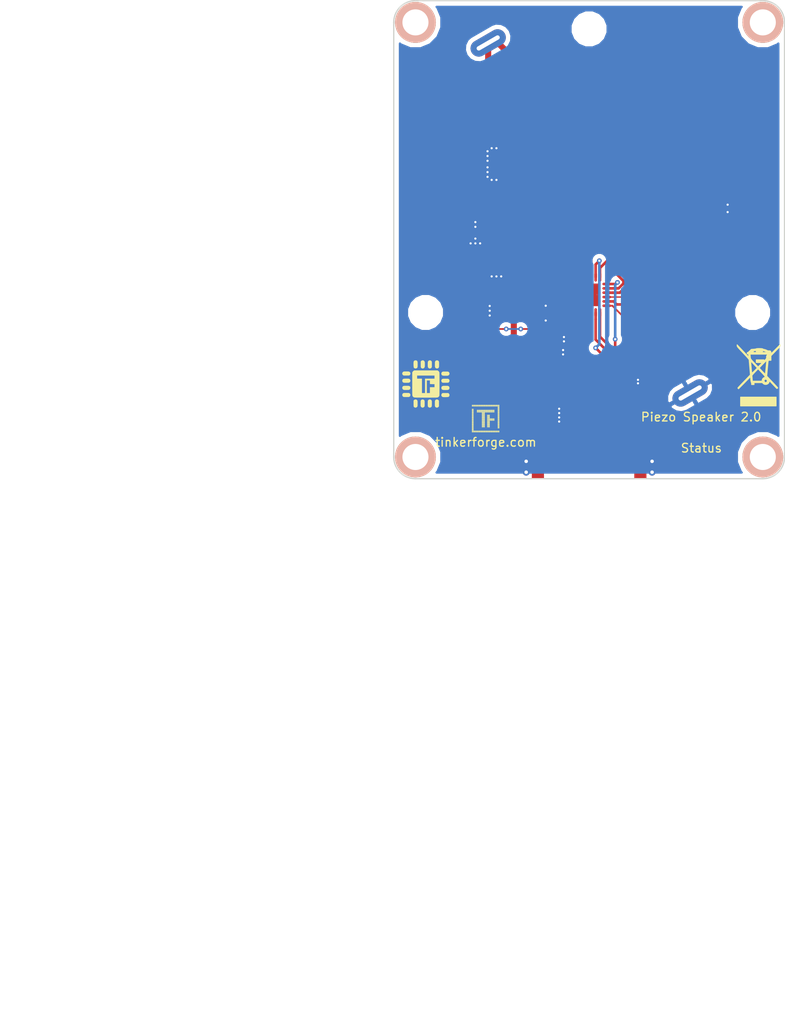
<source format=kicad_pcb>
(kicad_pcb (version 20171130) (host pcbnew 5.0.0-fee4fd1~66~ubuntu18.04.1)
  (layers (0 F.Cu signal) (31 B.Cu signal hide) (34 B.Paste user) (35 F.Paste user) (36 B.SilkS user) (37 F.SilkS user) (38 B.Mask user) (39 F.Mask user) (44 Edge.Cuts user))
  (net 0 "")
  (net 1 GND)
  (net 2 "Net-(C1-Pad1)")
  (net 3 3V3)
  (net 4 +VSW)
  (net 5 "Net-(C7-Pad1)")
  (net 6 "Net-(C10-Pad1)")
  (net 7 "Net-(C8-Pad2)")
  (net 8 "Net-(D1-Pad2)")
  (net 9 "Net-(D2-Pad2)")
  (net 10 "Net-(D2-Pad1)")
  (net 11 "Net-(D3-Pad1)")
  (net 12 "Net-(P1-Pad4)")
  (net 13 "Net-(P1-Pad5)")
  (net 14 "Net-(P1-Pad6)")
  (net 15 "Net-(P2-Pad2)")
  (net 16 "Net-(P3-Pad1)")
  (net 17 "Net-(R1-Pad1)")
  (net 18 SU-SHDN)
  (net 19 "Net-(R3-Pad2)")
  (net 20 S-MISO)
  (net 21 S-MOSI)
  (net 22 S-CLK)
  (net 23 S-CS)
  (net 24 LR-1)
  (net 25 LR-2)
  (net 26 LR-3)
  (net 27 LR-4)
  (net 28 SU-4)
  (net 29 SU-3)
  (net 30 SU-2)
  (net 31 SU-1)
  (net 32 "Net-(RP4-Pad1)")
  (net 33 "Net-(RP4-Pad3)")
  (net 34 SU-5)
  (net 35 SU-6)
  (net 36 "Net-(U1-Pad3)")
  (net 37 "Net-(U1-Pad4)")
  (net 38 "Net-(U1-Pad5)")
  (net 39 "Net-(U1-Pad6)")
  (module kicad-libraries:PT-4532PLQ (layer F.Cu) (at 155 100 120)
    (fp_text reference P4)
    (fp_text value PT-4532PLQ)
    (pad "" np_thru_hole circle (at -18.84 10.87 120) (size 3 3) (drill 3) (layers *.Cu *.Mask))
    (pad "" np_thru_hole circle (at 18.84 10.87 120) (size 3 3) (drill 3) (layers *.Cu *.Mask))
    (pad "" np_thru_hole circle (at 0 -21.75 120) (size 3 3) (drill 3) (layers *.Cu *.Mask))
    (pad 2 thru_hole oval (at -23.25 0 120) (size 1.9 4.4) (drill oval 0.5 3) (layers *.Cu *.Mask) (net 1 GND))
    (pad 1 thru_hole oval (at 23.25 0 120) (size 1.9 4.4) (drill oval 0.5 3) (layers *.Cu *.Mask) (net 9 "Net-(D2-Pad2)"))
  )
  (module kicad-libraries:Logo_CoMCU (layer F.Cu) (at 136.2 119.1)
    (fp_text reference G*** hide)
    (fp_text value LOGO hide)
  )
  (module kicad-libraries:Logo_31x31 (layer F.Cu) (at 141.5 121.5)
    (fp_text reference G*** hide)
    (fp_text value Logo_31x31 hide)
  )
  (module C0603F (layer F.Cu) (at 169.075 98.85)
    (fp_text reference C6)
    (fp_text value 1uF)
    (pad 1 smd rect (at -0.75 0) (size 0.9 0.9) (layers F.Cu F.Paste F.Mask) (net 4 +VSW))
    (pad 2 smd rect (at 0.75 0) (size 0.9 0.9) (layers F.Cu F.Paste F.Mask) (net 1 GND))
  )
  (module C0805 (layer F.Cu) (at 145.32424 110.675 180)
    (fp_text reference C5)
    (fp_text value 4.7uF)
    (pad 2 smd rect (at 1.00076 0 180) (size 1.00076 1.24968) (layers F.Cu F.Paste F.Mask) (net 1 GND) (clearance 0.14986))
    (pad 1 smd rect (at -1.00076 0 180) (size 1.00076 1.24968) (layers F.Cu F.Paste F.Mask) (net 4 +VSW) (clearance 0.14986))
  )
  (module 4X0603 (layer F.Cu) (at 158.3 102.1)
    (fp_text reference RP2)
    (fp_text value 1k)
    (pad 1 smd rect (at -1.19888 -0.8509) (size 0.44958 0.89916) (layers F.Cu F.Paste F.Mask) (net 19 "Net-(R3-Pad2)"))
    (pad 2 smd rect (at -0.39878 -0.8509) (size 0.44958 0.89916) (layers F.Cu F.Paste F.Mask) (net 19 "Net-(R3-Pad2)"))
    (pad 3 smd rect (at 0.39878 -0.8509) (size 0.44958 0.89916) (layers F.Cu F.Paste F.Mask) (net 19 "Net-(R3-Pad2)"))
    (pad 4 smd rect (at 1.19888 -0.8509) (size 0.44958 0.89916) (layers F.Cu F.Paste F.Mask) (net 19 "Net-(R3-Pad2)"))
    (pad 5 smd rect (at 1.19888 0.8509) (size 0.44958 0.89916) (layers F.Cu F.Paste F.Mask) (net 24 LR-1))
    (pad 6 smd rect (at 0.39878 0.8509) (size 0.44958 0.89916) (layers F.Cu F.Paste F.Mask) (net 25 LR-2))
    (pad 7 smd rect (at -0.39878 0.8509) (size 0.44958 0.89916) (layers F.Cu F.Paste F.Mask) (net 26 LR-3))
    (pad 8 smd rect (at -1.19888 0.8509) (size 0.44958 0.89916) (layers F.Cu F.Paste F.Mask) (net 27 LR-4))
  )
  (module C0603F (layer F.Cu) (at 153.8 113.9 180)
    (fp_text reference C4)
    (fp_text value 100nF)
    (pad 1 smd rect (at -0.75 0 180) (size 0.9 0.9) (layers F.Cu F.Paste F.Mask) (net 3 3V3))
    (pad 2 smd rect (at 0.75 0 180) (size 0.9 0.9) (layers F.Cu F.Paste F.Mask) (net 1 GND))
  )
  (module C0402F (layer F.Cu) (at 159.3 118.8)
    (fp_text reference C1)
    (fp_text value 220pF)
    (pad 2 smd rect (at 0.5 0) (size 0.6 0.7) (layers F.Cu F.Paste F.Mask) (net 1 GND))
    (pad 1 smd rect (at -0.5 0) (size 0.6 0.7) (layers F.Cu F.Paste F.Mask) (net 2 "Net-(C1-Pad1)"))
  )
  (module C0805 (layer F.Cu) (at 153.54924 122.7 180)
    (fp_text reference C2)
    (fp_text value 10uF)
    (pad 1 smd rect (at -1.00076 0 180) (size 1.00076 1.24968) (layers F.Cu F.Paste F.Mask) (net 3 3V3) (clearance 0.14986))
    (pad 2 smd rect (at 1.00076 0 180) (size 1.00076 1.24968) (layers F.Cu F.Paste F.Mask) (net 1 GND) (clearance 0.14986))
  )
  (module C0603F (layer F.Cu) (at 153.75 115.45 180)
    (fp_text reference C3)
    (fp_text value 1uF)
    (pad 2 smd rect (at 0.75 0 180) (size 0.9 0.9) (layers F.Cu F.Paste F.Mask) (net 1 GND))
    (pad 1 smd rect (at -0.75 0 180) (size 0.9 0.9) (layers F.Cu F.Paste F.Mask) (net 3 3V3))
  )
  (module C0805 (layer F.Cu) (at 145.325 105.825 180)
    (fp_text reference C7)
    (fp_text value 4.7uF)
    (pad 1 smd rect (at -1.00076 0 180) (size 1.00076 1.24968) (layers F.Cu F.Paste F.Mask) (net 5 "Net-(C7-Pad1)") (clearance 0.14986))
    (pad 2 smd rect (at 1.00076 0 180) (size 1.00076 1.24968) (layers F.Cu F.Paste F.Mask) (net 1 GND) (clearance 0.14986))
  )
  (module C0603F (layer F.Cu) (at 140.225 96.825)
    (fp_text reference C8)
    (fp_text value 270pF)
    (pad 1 smd rect (at -0.75 0) (size 0.9 0.9) (layers F.Cu F.Paste F.Mask) (net 6 "Net-(C10-Pad1)"))
    (pad 2 smd rect (at 0.75 0) (size 0.9 0.9) (layers F.Cu F.Paste F.Mask) (net 7 "Net-(C8-Pad2)"))
  )
  (module C0805 (layer F.Cu) (at 145.075 94.725 180)
    (fp_text reference C9)
    (fp_text value 4.7uF)
    (pad 1 smd rect (at -1.00076 0 180) (size 1.00076 1.24968) (layers F.Cu F.Paste F.Mask) (net 6 "Net-(C10-Pad1)") (clearance 0.14986))
    (pad 2 smd rect (at 1.00076 0 180) (size 1.00076 1.24968) (layers F.Cu F.Paste F.Mask) (net 1 GND) (clearance 0.14986))
  )
  (module C0805 (layer F.Cu) (at 145.07424 92.875 180)
    (fp_text reference C10)
    (fp_text value 4.7uF)
    (pad 2 smd rect (at 1.00076 0 180) (size 1.00076 1.24968) (layers F.Cu F.Paste F.Mask) (net 1 GND) (clearance 0.14986))
    (pad 1 smd rect (at -1.00076 0 180) (size 1.00076 1.24968) (layers F.Cu F.Paste F.Mask) (net 6 "Net-(C10-Pad1)") (clearance 0.14986))
  )
  (module D0603F (layer F.Cu) (at 167.925 124.9)
    (fp_text reference D1)
    (fp_text value blue)
    (pad 1 smd rect (at -0.75 0) (size 0.9 0.9) (layers F.Cu F.Paste F.Mask) (net 3 3V3))
    (pad 2 smd rect (at 0.75 0) (size 0.9 0.9) (layers F.Cu F.Paste F.Mask) (net 8 "Net-(D1-Pad2)"))
  )
  (module SOD-123 (layer F.Cu) (at 166 85.95 90)
    (fp_text reference D2)
    (fp_text value B0520LW-7-F)
    (pad 2 smd rect (at 1.84912 0 90) (size 1.19888 0.70104) (layers F.Cu F.Paste F.Mask) (net 9 "Net-(D2-Pad2)") (clearance 0.14986))
    (pad 1 smd rect (at -1.84912 0 90) (size 1.19888 0.70104) (layers F.Cu F.Paste F.Mask) (net 10 "Net-(D2-Pad1)") (clearance 0.14986))
  )
  (module SOD-123 (layer F.Cu) (at 146.075 98.325 90)
    (fp_text reference D3)
    (fp_text value B0520LW-7-F)
    (pad 1 smd rect (at -1.84912 0 90) (size 1.19888 0.70104) (layers F.Cu F.Paste F.Mask) (net 11 "Net-(D3-Pad1)") (clearance 0.14986))
    (pad 2 smd rect (at 1.84912 0 90) (size 1.19888 0.70104) (layers F.Cu F.Paste F.Mask) (net 6 "Net-(C10-Pad1)") (clearance 0.14986))
  )
  (module SOD-123 (layer F.Cu) (at 146.1 89.25 90)
    (fp_text reference D4)
    (fp_text value B0520LW-7-F)
    (pad 1 smd rect (at -1.84912 0 90) (size 1.19888 0.70104) (layers F.Cu F.Paste F.Mask) (net 6 "Net-(C10-Pad1)") (clearance 0.14986))
    (pad 2 smd rect (at 1.84912 0 90) (size 1.19888 0.70104) (layers F.Cu F.Paste F.Mask) (net 9 "Net-(D2-Pad2)") (clearance 0.14986))
  )
  (module C0603F (layer F.Cu) (at 146.325 108.275 270)
    (fp_text reference L1)
    (fp_text value FB)
    (pad 2 smd rect (at 0.75 0 270) (size 0.9 0.9) (layers F.Cu F.Paste F.Mask) (net 4 +VSW))
    (pad 1 smd rect (at -0.75 0 270) (size 0.9 0.9) (layers F.Cu F.Paste F.Mask) (net 5 "Net-(C7-Pad1)"))
  )
  (module NR3030 (layer F.Cu) (at 145.425 102.92482 90)
    (fp_text reference L2)
    (fp_text value 10uH)
    (pad 1 smd rect (at -1.19982 0 90) (size 1 2.70002) (layers F.Cu F.Paste F.Mask) (net 5 "Net-(C7-Pad1)") (clearance 0.14986))
    (pad 2 smd rect (at 1.19982 0 90) (size 1 2.70002) (layers F.Cu F.Paste F.Mask) (net 11 "Net-(D3-Pad1)") (clearance 0.14986))
  )
  (module kicad-libraries:CON-SENSOR2 (layer F.Cu) (at 155 130)
    (fp_text reference P1)
    (fp_text value CON-SENSOR2)
    (pad 1 smd rect (at -3.75 -4.6) (size 0.6 1.8) (layers F.Cu F.Paste F.Mask) (net 4 +VSW))
    (pad 2 smd rect (at -2.5 -4.6) (size 0.6 1.8) (layers F.Cu F.Paste F.Mask) (net 1 GND))
    (pad EP smd rect (at -5.9 -1.2) (size 1.4 2.4) (layers F.Cu F.Paste F.Mask) (net 1 GND))
    (pad EP smd rect (at 5.9 -1.2) (size 1.4 2.4) (layers F.Cu F.Paste F.Mask) (net 1 GND))
    (pad 3 smd rect (at -1.25 -4.6) (size 0.6 1.8) (layers F.Cu F.Paste F.Mask) (net 3 3V3))
    (pad 4 smd rect (at 0 -4.6) (size 0.6 1.8) (layers F.Cu F.Paste F.Mask) (net 12 "Net-(P1-Pad4)"))
    (pad 5 smd rect (at 1.25 -4.6) (size 0.6 1.8) (layers F.Cu F.Paste F.Mask) (net 13 "Net-(P1-Pad5)"))
    (pad 6 smd rect (at 2.5 -4.6) (size 0.6 1.8) (layers F.Cu F.Paste F.Mask) (net 14 "Net-(P1-Pad6)"))
    (pad 7 smd rect (at 3.75 -4.6) (size 0.6 1.8) (layers F.Cu F.Paste F.Mask) (net 2 "Net-(C1-Pad1)"))
  )
  (module SolderJumper (layer F.Cu) (at 150.225 110.95)
    (fp_text reference P2)
    (fp_text value BOOT)
    (pad 2 smd rect (at 0.55 0) (size 0.3 1.4) (layers F.Cu F.Mask) (net 15 "Net-(P2-Pad2)"))
    (pad 2 smd rect (at 0.15 0) (size 0.6 0.5) (layers F.Cu F.Mask) (net 15 "Net-(P2-Pad2)"))
    (pad 1 smd rect (at -0.5 0) (size 0.4 1.4) (layers F.Cu F.Mask) (net 1 GND))
    (pad 1 smd rect (at -0.225 0.55) (size 0.95 0.3) (layers F.Cu F.Mask) (net 1 GND))
    (pad 1 smd rect (at -0.225 -0.55) (size 0.95 0.3) (layers F.Cu F.Mask) (net 1 GND))
  )
  (module DEBUG_PAD (layer F.Cu) (at 159.125 109.1)
    (fp_text reference P3)
    (fp_text value DEBUG)
    (pad 1 smd circle (at 0 0) (size 0.7 0.7) (layers F.Cu F.Paste F.Mask) (net 16 "Net-(P3-Pad1)"))
  )
  (module R0603F (layer F.Cu) (at 159.9 114.7 270)
    (fp_text reference R1)
    (fp_text value 1k)
    (pad 1 smd rect (at -0.75 0 270) (size 0.9 0.9) (layers F.Cu F.Paste F.Mask) (net 17 "Net-(R1-Pad1)"))
    (pad 2 smd rect (at 0.75 0 270) (size 0.9 0.9) (layers F.Cu F.Paste F.Mask) (net 8 "Net-(D1-Pad2)"))
  )
  (module R0603F (layer F.Cu) (at 141.85 106.4 180)
    (fp_text reference R2)
    (fp_text value 1M)
    (pad 2 smd rect (at 0.75 0 180) (size 0.9 0.9) (layers F.Cu F.Paste F.Mask) (net 18 SU-SHDN))
    (pad 1 smd rect (at -0.75 0 180) (size 0.9 0.9) (layers F.Cu F.Paste F.Mask) (net 5 "Net-(C7-Pad1)"))
  )
  (module R0603F (layer F.Cu) (at 164.875 98.7 180)
    (fp_text reference R3)
    (fp_text value 330)
    (pad 1 smd rect (at -0.75 0 180) (size 0.9 0.9) (layers F.Cu F.Paste F.Mask) (net 10 "Net-(D2-Pad1)"))
    (pad 2 smd rect (at 0.75 0 180) (size 0.9 0.9) (layers F.Cu F.Paste F.Mask) (net 19 "Net-(R3-Pad2)"))
  )
  (module R0603F (layer F.Cu) (at 140.225 98.525)
    (fp_text reference R4)
    (fp_text value 118k)
    (pad 2 smd rect (at 0.75 0) (size 0.9 0.9) (layers F.Cu F.Paste F.Mask) (net 7 "Net-(C8-Pad2)"))
    (pad 1 smd rect (at -0.75 0) (size 0.9 0.9) (layers F.Cu F.Paste F.Mask) (net 6 "Net-(C10-Pad1)"))
  )
  (module 4X0402 (layer F.Cu) (at 157.25 117.275)
    (fp_text reference RP1)
    (fp_text value 82)
    (pad 1 smd rect (at -0.7493 0.575 180) (size 0.29972 0.65) (layers F.Cu F.Paste F.Mask) (net 12 "Net-(P1-Pad4)"))
    (pad 2 smd rect (at -0.24892 0.575 180) (size 0.29972 0.65) (layers F.Cu F.Paste F.Mask) (net 13 "Net-(P1-Pad5)"))
    (pad 3 smd rect (at 0.24892 0.575 180) (size 0.29972 0.65) (layers F.Cu F.Paste F.Mask) (net 14 "Net-(P1-Pad6)"))
    (pad 4 smd rect (at 0.7493 0.575 180) (size 0.29972 0.65) (layers F.Cu F.Paste F.Mask) (net 2 "Net-(C1-Pad1)"))
    (pad 5 smd rect (at 0.7493 -0.575) (size 0.29972 0.65) (layers F.Cu F.Paste F.Mask) (net 20 S-MISO))
    (pad 6 smd rect (at 0.24892 -0.575) (size 0.29972 0.65) (layers F.Cu F.Paste F.Mask) (net 21 S-MOSI))
    (pad 7 smd rect (at -0.24892 -0.575) (size 0.29972 0.65) (layers F.Cu F.Paste F.Mask) (net 22 S-CLK))
    (pad 8 smd rect (at -0.7493 -0.575) (size 0.29972 0.65) (layers F.Cu F.Paste F.Mask) (net 23 S-CS))
  )
  (module 4X0603 (layer F.Cu) (at 154 102.1)
    (fp_text reference RP3)
    (fp_text value 1k)
    (pad 8 smd rect (at -1.19888 0.8509) (size 0.44958 0.89916) (layers F.Cu F.Paste F.Mask) (net 28 SU-4))
    (pad 7 smd rect (at -0.39878 0.8509) (size 0.44958 0.89916) (layers F.Cu F.Paste F.Mask) (net 29 SU-3))
    (pad 6 smd rect (at 0.39878 0.8509) (size 0.44958 0.89916) (layers F.Cu F.Paste F.Mask) (net 30 SU-2))
    (pad 5 smd rect (at 1.19888 0.8509) (size 0.44958 0.89916) (layers F.Cu F.Paste F.Mask) (net 31 SU-1))
    (pad 4 smd rect (at 1.19888 -0.8509) (size 0.44958 0.89916) (layers F.Cu F.Paste F.Mask) (net 7 "Net-(C8-Pad2)"))
    (pad 3 smd rect (at 0.39878 -0.8509) (size 0.44958 0.89916) (layers F.Cu F.Paste F.Mask) (net 7 "Net-(C8-Pad2)"))
    (pad 2 smd rect (at -0.39878 -0.8509) (size 0.44958 0.89916) (layers F.Cu F.Paste F.Mask) (net 7 "Net-(C8-Pad2)"))
    (pad 1 smd rect (at -1.19888 -0.8509) (size 0.44958 0.89916) (layers F.Cu F.Paste F.Mask) (net 7 "Net-(C8-Pad2)"))
  )
  (module 4X0603 (layer F.Cu) (at 150.2 102.1)
    (fp_text reference RP4)
    (fp_text value 1k)
    (pad 1 smd rect (at -1.19888 -0.8509) (size 0.44958 0.89916) (layers F.Cu F.Paste F.Mask) (net 32 "Net-(RP4-Pad1)"))
    (pad 2 smd rect (at -0.39878 -0.8509) (size 0.44958 0.89916) (layers F.Cu F.Paste F.Mask) (net 32 "Net-(RP4-Pad1)"))
    (pad 3 smd rect (at 0.39878 -0.8509) (size 0.44958 0.89916) (layers F.Cu F.Paste F.Mask) (net 33 "Net-(RP4-Pad3)"))
    (pad 4 smd rect (at 1.19888 -0.8509) (size 0.44958 0.89916) (layers F.Cu F.Paste F.Mask) (net 33 "Net-(RP4-Pad3)"))
    (pad 5 smd rect (at 1.19888 0.8509) (size 0.44958 0.89916) (layers F.Cu F.Paste F.Mask) (net 34 SU-5))
    (pad 6 smd rect (at 0.39878 0.8509) (size 0.44958 0.89916) (layers F.Cu F.Paste F.Mask) (net 7 "Net-(C8-Pad2)"))
    (pad 7 smd rect (at -0.39878 0.8509) (size 0.44958 0.89916) (layers F.Cu F.Paste F.Mask) (net 35 SU-6))
    (pad 8 smd rect (at -1.19888 0.8509) (size 0.44958 0.89916) (layers F.Cu F.Paste F.Mask) (net 7 "Net-(C8-Pad2)"))
  )
  (module QFN24-4x4mm-0.5mm (layer F.Cu) (at 155 108.85)
    (fp_text reference U1)
    (fp_text value XMC1XXX24)
    (pad 1 smd oval (at -2.025 -1.25) (size 1 0.3) (layers F.Cu F.Paste F.Mask) (net 34 SU-5))
    (pad 2 smd oval (at -2.025 -0.75) (size 1 0.3) (layers F.Cu F.Paste F.Mask) (net 35 SU-6))
    (pad 3 smd oval (at -2.025 -0.25) (size 1 0.3) (layers F.Cu F.Paste F.Mask) (net 36 "Net-(U1-Pad3)"))
    (pad 4 smd oval (at -2.025 0.25) (size 1 0.3) (layers F.Cu F.Paste F.Mask) (net 37 "Net-(U1-Pad4)"))
    (pad 5 smd oval (at -2.025 0.75) (size 1 0.3) (layers F.Cu F.Paste F.Mask) (net 38 "Net-(U1-Pad5)"))
    (pad 6 smd oval (at -2.025 1.25) (size 1 0.3) (layers F.Cu F.Paste F.Mask) (net 39 "Net-(U1-Pad6)"))
    (pad 7 smd oval (at -1.25 2.025 90) (size 1 0.3) (layers F.Cu F.Paste F.Mask) (net 15 "Net-(P2-Pad2)"))
    (pad 8 smd oval (at -0.75 2.025 90) (size 1 0.3) (layers F.Cu F.Paste F.Mask) (net 18 SU-SHDN))
    (pad 9 smd oval (at -0.25 2.025 90) (size 1 0.3) (layers F.Cu F.Paste F.Mask) (net 1 GND))
    (pad 10 smd oval (at 0.25 2.025 90) (size 1 0.3) (layers F.Cu F.Paste F.Mask) (net 3 3V3))
    (pad 11 smd oval (at 0.75 2.025 90) (size 1 0.3) (layers F.Cu F.Paste F.Mask) (net 22 S-CLK))
    (pad 12 smd oval (at 1.25 2.025 90) (size 1 0.3) (layers F.Cu F.Paste F.Mask) (net 21 S-MOSI))
    (pad 13 smd oval (at 2.025 1.25) (size 1 0.3) (layers F.Cu F.Paste F.Mask) (net 17 "Net-(R1-Pad1)"))
    (pad 14 smd oval (at 2.025 0.75) (size 1 0.3) (layers F.Cu F.Paste F.Mask) (net 24 LR-1))
    (pad 15 smd oval (at 2.025 0.25) (size 1 0.3) (layers F.Cu F.Paste F.Mask) (net 16 "Net-(P3-Pad1)"))
    (pad 16 smd oval (at 2.025 -0.25) (size 1 0.3) (layers F.Cu F.Paste F.Mask) (net 25 LR-2))
    (pad 17 smd oval (at 2.025 -0.75) (size 1 0.3) (layers F.Cu F.Paste F.Mask) (net 26 LR-3))
    (pad 18 smd oval (at 2.025 -1.25) (size 1 0.3) (layers F.Cu F.Paste F.Mask) (net 20 S-MISO))
    (pad 19 smd oval (at 1.25 -2.025 90) (size 1 0.3) (layers F.Cu F.Paste F.Mask) (net 27 LR-4))
    (pad 20 smd oval (at 0.75 -2.025 90) (size 1 0.3) (layers F.Cu F.Paste F.Mask) (net 23 S-CS))
    (pad 21 smd oval (at 0.25 -2.025 90) (size 1 0.3) (layers F.Cu F.Paste F.Mask) (net 31 SU-1))
    (pad 22 smd oval (at -0.25 -2.025 90) (size 1 0.3) (layers F.Cu F.Paste F.Mask) (net 30 SU-2))
    (pad 23 smd oval (at -0.75 -2.025 90) (size 1 0.3) (layers F.Cu F.Paste F.Mask) (net 29 SU-3))
    (pad 24 smd oval (at -1.25 -2.025 90) (size 1 0.3) (layers F.Cu F.Paste F.Mask) (net 28 SU-4))
    (pad EXP smd rect (at 0.65 0.65) (size 1.3 1.3) (layers F.Cu F.Paste F.Mask) (net 1 GND))
    (pad EXP smd rect (at 0.65 -0.65) (size 1.3 1.3) (layers F.Cu F.Paste F.Mask) (net 1 GND))
    (pad EXP smd rect (at -0.65 0.65) (size 1.3 1.3) (layers F.Cu F.Paste F.Mask) (net 1 GND))
    (pad EXP smd rect (at -0.65 -0.65) (size 1.3 1.3) (layers F.Cu F.Paste F.Mask) (net 1 GND))
  )
  (module kicad-libraries:SOT-223 (layer F.Cu) (at 166.025 93.15)
    (fp_text reference U2)
    (fp_text value LD1117)
    (pad 1 smd rect (at -2.30124 3.0988) (size 1.30048 2.4003) (layers F.Cu F.Paste F.Mask) (net 19 "Net-(R3-Pad2)"))
    (pad 2 smd rect (at 0 3.0988) (size 1.30048 2.4003) (layers F.Cu F.Paste F.Mask) (net 10 "Net-(D2-Pad1)"))
    (pad 3 smd rect (at 2.30124 3.0988) (size 1.30048 2.4003) (layers F.Cu F.Paste F.Mask) (net 4 +VSW))
    (pad 2 smd rect (at 0 -3.0988) (size 3.59918 2.19964) (layers F.Cu F.Paste F.Mask) (net 10 "Net-(D2-Pad1)"))
  )
  (module SOT23-5 (layer F.Cu) (at 141.9 102.9 180)
    (fp_text reference U3)
    (fp_text value LMR62014X)
    (pad 1 smd rect (at -0.94996 1.19888 180) (size 0.50038 0.8001) (layers F.Cu F.Paste F.Mask) (net 11 "Net-(D3-Pad1)"))
    (pad 2 smd rect (at 0 1.19888 180) (size 0.50038 0.8001) (layers F.Cu F.Paste F.Mask) (net 1 GND))
    (pad 3 smd rect (at 0.94996 1.19888 180) (size 0.50038 0.8001) (layers F.Cu F.Paste F.Mask) (net 7 "Net-(C8-Pad2)"))
    (pad 5 smd rect (at -0.94996 -1.19888 180) (size 0.50038 0.8001) (layers F.Cu F.Paste F.Mask) (net 5 "Net-(C7-Pad1)"))
    (pad 4 smd rect (at 0.94996 -1.19888 180) (size 0.50038 0.8001) (layers F.Cu F.Paste F.Mask) (net 18 SU-SHDN))
  )
  (module kicad-libraries:Drill (layer F.Cu) (at 135 127.5)
    (fp_text reference U4 hide)
    (fp_text value DRILL hide)
    (pad "" thru_hole circle (at 0 0) (size 4.699 4.699) (drill 2.99974) (layers *.Cu *.SilkS *.Mask))
  )
  (module kicad-libraries:Drill (layer F.Cu) (at 175 127.5)
    (fp_text reference U5 hide)
    (fp_text value DRILL hide)
    (pad "" thru_hole circle (at 0 0) (size 4.699 4.699) (drill 2.99974) (layers *.Cu *.SilkS *.Mask))
  )
  (module kicad-libraries:Drill (layer F.Cu) (at 175 77.5)
    (fp_text reference U6 hide)
    (fp_text value DRILL hide)
    (pad "" thru_hole circle (at 0 0) (size 4.699 4.699) (drill 2.99974) (layers *.Cu *.SilkS *.Mask))
  )
  (module kicad-libraries:Drill (layer F.Cu) (at 135 77.5)
    (fp_text reference U7 hide)
    (fp_text value DRILL hide)
    (pad "" thru_hole circle (at 0 0) (size 4.699 4.699) (drill 2.99974) (layers *.Cu *.SilkS *.Mask))
  )
  (module kicad-libraries:WEEE_7mm (layer F.Cu) (at 174.5 118.1)
    (fp_text reference VAL hide)
    (fp_text value WEEE_7mm hide)
  )
  (gr_line (start 132.5 77.5) (end 132.5 127.5) (angle 90) (layer Edge.Cuts) (width 0.15))
  (gr_line (start 175 75) (end 135 75) (angle 90) (layer Edge.Cuts) (width 0.15))
  (gr_line (start 177.5 127.5) (end 177.5 77.5) (angle 90) (layer Edge.Cuts) (width 0.15))
  (gr_line (start 135 130) (end 175 130) (angle 90) (layer Edge.Cuts) (width 0.15))
  (gr_arc (start 135 127.5) (end 135 130) (angle 90) (layer Edge.Cuts) (width 0.15))
  (gr_arc (start 175 127.5) (end 177.5 127.5) (angle 90) (layer Edge.Cuts) (width 0.15))
  (gr_arc (start 175 77.5) (end 175 75) (angle 90) (layer Edge.Cuts) (width 0.15))
  (gr_arc (start 135 77.5) (end 132.5 77.5) (angle 90) (layer Edge.Cuts) (width 0.15))
  (gr_text tinkerforge.com (at 143.1 125.8) (layer F.SilkS) (effects (font (size 1 1))))
  (gr_text "Piezo Speaker 2.0" (at 167.9 122.9) (layer F.SilkS) (effects (font (size 1 1))))
  (gr_text Status (at 167.925 126.475) (layer F.SilkS) (effects (font (size 1 1))))
  (segment (start 147.9 128.8) (end 147.75 128.65) (width 0.5) (layer F.Cu) (net 1))
  (segment (start 149.1 128.8) (end 147.9 128.8) (width 0.5) (layer F.Cu) (net 1))
  (via (at 147.75 128) (size 0.8) (drill 0.4) (layers F.Cu B.Cu) (net 1))
  (segment (start 147.75 128.65) (end 147.75 128) (width 0.5) (layer F.Cu) (net 1))
  (segment (start 147.9 128.8) (end 147.75 128.95) (width 0.5) (layer F.Cu) (net 1))
  (via (at 147.75 129.25) (size 0.8) (drill 0.4) (layers F.Cu B.Cu) (net 1))
  (segment (start 147.75 128.95) (end 147.75 129.25) (width 0.5) (layer F.Cu) (net 1))
  (segment (start 162.1 128.8) (end 162.25 128.65) (width 0.5) (layer F.Cu) (net 1))
  (segment (start 160.9 128.8) (end 162.1 128.8) (width 0.5) (layer F.Cu) (net 1))
  (via (at 162.25 128) (size 0.8) (drill 0.4) (layers F.Cu B.Cu) (net 1))
  (segment (start 162.25 128.65) (end 162.25 128) (width 0.5) (layer F.Cu) (net 1))
  (segment (start 162.1 128.8) (end 162.25 128.95) (width 0.5) (layer F.Cu) (net 1))
  (via (at 162.25 129.25) (size 0.8) (drill 0.4) (layers F.Cu B.Cu) (net 1))
  (segment (start 162.25 128.95) (end 162.25 129.25) (width 0.5) (layer F.Cu) (net 1))
  (via (at 152 115.2) (size 0.55) (drill 0.25) (layers F.Cu B.Cu) (net 1))
  (segment (start 153 115.45) (end 152.25 115.45) (width 0.5) (layer F.Cu) (net 1))
  (segment (start 152.25 115.45) (end 152 115.2) (width 0.5) (layer F.Cu) (net 1))
  (via (at 152 115.7) (size 0.55) (drill 0.25) (layers F.Cu B.Cu) (net 1))
  (segment (start 152.25 115.45) (end 152 115.7) (width 0.5) (layer F.Cu) (net 1))
  (segment (start 152.54848 122.7) (end 151.8 122.7) (width 0.5) (layer F.Cu) (net 1))
  (via (at 151.55 122.45) (size 0.55) (drill 0.25) (layers F.Cu B.Cu) (net 1))
  (segment (start 151.8 122.7) (end 151.55 122.45) (width 0.5) (layer F.Cu) (net 1))
  (via (at 151.55 122.95) (size 0.55) (drill 0.25) (layers F.Cu B.Cu) (net 1))
  (segment (start 151.8 122.7) (end 151.55 122.95) (width 0.5) (layer F.Cu) (net 1))
  (segment (start 154.75 109.9) (end 154.35 109.5) (width 0.3) (layer F.Cu) (net 1))
  (segment (start 154.75 110.875) (end 154.75 109.9) (width 0.3) (layer F.Cu) (net 1))
  (segment (start 154.35 109.5) (end 154.35 108.2) (width 0.3) (layer F.Cu) (net 1))
  (segment (start 154.35 108.2) (end 155.65 108.2) (width 0.3) (layer F.Cu) (net 1))
  (segment (start 155.65 108.2) (end 155.65 109.5) (width 0.3) (layer F.Cu) (net 1))
  (segment (start 153.05 115.4) (end 153 115.45) (width 0.5) (layer F.Cu) (net 1))
  (segment (start 153.05 113.9) (end 153.05 115.4) (width 0.5) (layer F.Cu) (net 1))
  (segment (start 153.05 113.9) (end 152.3 113.9) (width 0.5) (layer F.Cu) (net 1))
  (via (at 152.1 113.7) (size 0.55) (drill 0.25) (layers F.Cu B.Cu) (net 1))
  (segment (start 152.3 113.9) (end 152.1 113.7) (width 0.5) (layer F.Cu) (net 1))
  (segment (start 153.05 113.9) (end 152.4 113.9) (width 0.5) (layer F.Cu) (net 1))
  (via (at 152.1 114.2) (size 0.55) (drill 0.25) (layers F.Cu B.Cu) (net 1))
  (segment (start 152.4 113.9) (end 152.1 114.2) (width 0.5) (layer F.Cu) (net 1))
  (segment (start 154.75 112.301004) (end 153.151004 113.9) (width 0.3) (layer F.Cu) (net 1))
  (segment (start 153.151004 113.9) (end 153.05 113.9) (width 0.3) (layer F.Cu) (net 1))
  (segment (start 154.75 110.875) (end 154.75 112.301004) (width 0.3) (layer F.Cu) (net 1))
  (segment (start 149.725 110.675) (end 149.725 110.95) (width 0.15) (layer F.Cu) (net 1))
  (segment (start 150 110.4) (end 149.725 110.675) (width 0.15) (layer F.Cu) (net 1))
  (segment (start 149.725 111.225) (end 150 111.5) (width 0.15) (layer F.Cu) (net 1))
  (segment (start 149.725 110.95) (end 149.725 111.225) (width 0.15) (layer F.Cu) (net 1))
  (via (at 150 110.1) (size 0.55) (drill 0.25) (layers F.Cu B.Cu) (net 1))
  (segment (start 150 110.4) (end 150 110.1) (width 0.3) (layer F.Cu) (net 1))
  (via (at 150 111.8) (size 0.55) (drill 0.25) (layers F.Cu B.Cu) (net 1))
  (segment (start 150 111.5) (end 150 111.8) (width 0.3) (layer F.Cu) (net 1))
  (via (at 160.625 118.625) (size 0.55) (drill 0.25) (layers F.Cu B.Cu) (net 1))
  (segment (start 159.8 118.8) (end 160.45 118.8) (width 0.3) (layer F.Cu) (net 1))
  (segment (start 160.45 118.8) (end 160.625 118.625) (width 0.3) (layer F.Cu) (net 1))
  (via (at 160.625 119.025) (size 0.55) (drill 0.25) (layers F.Cu B.Cu) (net 1))
  (segment (start 159.8 118.8) (end 160.4 118.8) (width 0.3) (layer F.Cu) (net 1))
  (segment (start 160.4 118.8) (end 160.625 119.025) (width 0.3) (layer F.Cu) (net 1))
  (via (at 151.55 121.95) (size 0.55) (drill 0.25) (layers F.Cu B.Cu) (net 1))
  (segment (start 152.54848 122.7) (end 152.35 122.7) (width 0.5) (layer F.Cu) (net 1))
  (segment (start 152.35 122.7) (end 151.55 121.9) (width 0.5) (layer F.Cu) (net 1))
  (via (at 151.55 123.425) (size 0.55) (drill 0.25) (layers F.Cu B.Cu) (net 1))
  (segment (start 152.54848 122.7) (end 152.275 122.7) (width 0.5) (layer F.Cu) (net 1))
  (segment (start 152.275 122.7) (end 151.55 123.425) (width 0.5) (layer F.Cu) (net 1))
  (via (at 170.95 99.325) (size 0.55) (drill 0.25) (layers F.Cu B.Cu) (net 1))
  (segment (start 170.975 98.5) (end 170.95 98.475) (width 0.5) (layer F.Cu) (net 1))
  (segment (start 170.975 98.8) (end 170.975 98.5) (width 0.5) (layer F.Cu) (net 1))
  (via (at 170.95 98.475) (size 0.55) (drill 0.25) (layers F.Cu B.Cu) (net 1))
  (segment (start 170.95 98.625) (end 170.95 99.325) (width 0.5) (layer F.Cu) (net 1))
  (segment (start 170.95 98.825) (end 170.95 98.625) (width 0.5) (layer F.Cu) (net 1))
  (segment (start 169.825 98.85) (end 170.925 98.85) (width 0.5) (layer F.Cu) (net 1))
  (segment (start 170.925 98.85) (end 170.95 98.825) (width 0.5) (layer F.Cu) (net 1))
  (segment (start 152.5 122.74848) (end 152.54848 122.7) (width 0.7) (layer F.Cu) (net 1))
  (segment (start 152.5 125.4) (end 152.5 122.74848) (width 0.7) (layer F.Cu) (net 1))
  (segment (start 144.07424 94.725) (end 144.07424 95.37424) (width 0.5) (layer F.Cu) (net 1))
  (via (at 144.325 95.625) (size 0.55) (drill 0.25) (layers F.Cu B.Cu) (net 1))
  (segment (start 144.07424 95.37424) (end 144.325 95.625) (width 0.5) (layer F.Cu) (net 1))
  (segment (start 144.07424 94.725) (end 144.07424 95.32576) (width 0.5) (layer F.Cu) (net 1))
  (via (at 143.775 95.625) (size 0.55) (drill 0.25) (layers F.Cu B.Cu) (net 1))
  (segment (start 144.07424 95.32576) (end 143.775 95.625) (width 0.5) (layer F.Cu) (net 1))
  (segment (start 144.07348 92.875) (end 144.07348 92.22652) (width 0.5) (layer F.Cu) (net 1))
  (via (at 144.325 91.975) (size 0.55) (drill 0.25) (layers F.Cu B.Cu) (net 1))
  (segment (start 144.07348 92.22652) (end 144.325 91.975) (width 0.5) (layer F.Cu) (net 1))
  (segment (start 144.07348 92.875) (end 144.07348 92.27348) (width 0.5) (layer F.Cu) (net 1))
  (via (at 143.775 91.975) (size 0.55) (drill 0.25) (layers F.Cu B.Cu) (net 1))
  (segment (start 144.07348 92.27348) (end 143.775 91.975) (width 0.5) (layer F.Cu) (net 1))
  (segment (start 144.07348 92.875) (end 143.3 92.875) (width 0.5) (layer F.Cu) (net 1))
  (via (at 143.3 92.875) (size 0.55) (drill 0.25) (layers F.Cu B.Cu) (net 1))
  (segment (start 144.07348 92.875) (end 143.85 92.875) (width 0.5) (layer F.Cu) (net 1))
  (via (at 143.3 92.325) (size 0.55) (drill 0.25) (layers F.Cu B.Cu) (net 1))
  (segment (start 143.85 92.875) (end 143.3 92.325) (width 0.5) (layer F.Cu) (net 1))
  (segment (start 144.07348 92.875) (end 143.85 92.875) (width 0.5) (layer F.Cu) (net 1))
  (segment (start 143.85 92.875) (end 143.3 93.425) (width 0.5) (layer F.Cu) (net 1))
  (via (at 143.3 93.425) (size 0.55) (drill 0.25) (layers F.Cu B.Cu) (net 1))
  (segment (start 144.07424 94.725) (end 143.3 94.725) (width 0.5) (layer F.Cu) (net 1))
  (via (at 143.3 94.725) (size 0.55) (drill 0.25) (layers F.Cu B.Cu) (net 1))
  (segment (start 144.07424 94.725) (end 143.95 94.725) (width 0.5) (layer F.Cu) (net 1))
  (via (at 143.3 94.175) (size 0.55) (drill 0.25) (layers F.Cu B.Cu) (net 1))
  (segment (start 143.4 94.175) (end 143.3 94.175) (width 0.5) (layer F.Cu) (net 1))
  (segment (start 143.95 94.725) (end 143.4 94.175) (width 0.5) (layer F.Cu) (net 1))
  (segment (start 144.07424 94.725) (end 143.85 94.725) (width 0.5) (layer F.Cu) (net 1))
  (via (at 143.3 95.275) (size 0.55) (drill 0.25) (layers F.Cu B.Cu) (net 1))
  (segment (start 143.85 94.725) (end 143.3 95.275) (width 0.5) (layer F.Cu) (net 1))
  (segment (start 141.9 101.70112) (end 141.9 102.375) (width 0.5) (layer F.Cu) (net 1))
  (via (at 142.45 102.925) (size 0.55) (drill 0.25) (layers F.Cu B.Cu) (net 1))
  (segment (start 141.9 102.925) (end 142.45 102.925) (width 0.5) (layer F.Cu) (net 1))
  (via (at 141.9 102.375) (size 0.55) (drill 0.25) (layers F.Cu B.Cu) (net 1))
  (segment (start 141.9 102.375) (end 141.9 102.925) (width 0.5) (layer F.Cu) (net 1))
  (via (at 141.9 102.925) (size 0.55) (drill 0.25) (layers F.Cu B.Cu) (net 1))
  (via (at 141.35 102.925) (size 0.55) (drill 0.25) (layers F.Cu B.Cu) (net 1))
  (segment (start 141.9 102.925) (end 141.35 102.925) (width 0.5) (layer F.Cu) (net 1))
  (segment (start 141.9 101.70112) (end 141.9 101.025) (width 0.5) (layer F.Cu) (net 1))
  (via (at 141.9 100.475) (size 0.55) (drill 0.25) (layers F.Cu B.Cu) (net 1))
  (segment (start 141.9 101.025) (end 141.9 100.475) (width 0.5) (layer F.Cu) (net 1))
  (via (at 141.9 101.025) (size 0.55) (drill 0.25) (layers F.Cu B.Cu) (net 1))
  (segment (start 144.32424 105.825) (end 144.32424 106.72424) (width 0.5) (layer F.Cu) (net 1))
  (via (at 144.875 106.725) (size 0.55) (drill 0.25) (layers F.Cu B.Cu) (net 1))
  (segment (start 144.325 106.725) (end 144.875 106.725) (width 0.5) (layer F.Cu) (net 1))
  (segment (start 144.32424 106.72424) (end 144.325 106.725) (width 0.5) (layer F.Cu) (net 1))
  (via (at 144.325 106.725) (size 0.55) (drill 0.25) (layers F.Cu B.Cu) (net 1))
  (via (at 143.775 106.725) (size 0.55) (drill 0.25) (layers F.Cu B.Cu) (net 1))
  (segment (start 144.325 106.725) (end 143.775 106.725) (width 0.5) (layer F.Cu) (net 1))
  (segment (start 144.32348 110.675) (end 143.55 110.675) (width 0.5) (layer F.Cu) (net 1))
  (via (at 143.55 110.125) (size 0.55) (drill 0.25) (layers F.Cu B.Cu) (net 1))
  (segment (start 143.55 110.675) (end 143.55 110.125) (width 0.5) (layer F.Cu) (net 1))
  (via (at 143.55 110.675) (size 0.55) (drill 0.25) (layers F.Cu B.Cu) (net 1))
  (via (at 143.55 111.225) (size 0.55) (drill 0.25) (layers F.Cu B.Cu) (net 1))
  (segment (start 143.55 110.675) (end 143.55 111.225) (width 0.5) (layer F.Cu) (net 1))
  (segment (start 158.75 125.4) (end 158.75 118.85) (width 0.3) (layer F.Cu) (net 2))
  (segment (start 158.75 118.85) (end 158.8 118.8) (width 0.3) (layer F.Cu) (net 2))
  (segment (start 157.9993 117.85) (end 157.9993 118.3993) (width 0.3) (layer F.Cu) (net 2))
  (segment (start 158.4 118.8) (end 158.8 118.8) (width 0.3) (layer F.Cu) (net 2))
  (segment (start 157.9993 118.3993) (end 158.4 118.8) (width 0.3) (layer F.Cu) (net 2))
  (segment (start 153.75 125.4) (end 153.75 124.8) (width 0.5) (layer F.Cu) (net 3))
  (segment (start 155.25 113.2) (end 154.55 113.9) (width 0.3) (layer F.Cu) (net 3))
  (segment (start 155.25 110.875) (end 155.25 113.2) (width 0.3) (layer F.Cu) (net 3))
  (segment (start 154.55 115.4) (end 154.5 115.45) (width 0.5) (layer F.Cu) (net 3))
  (segment (start 154.55 113.9) (end 154.55 115.4) (width 0.5) (layer F.Cu) (net 3))
  (segment (start 154.55 122.7) (end 154.55 122.625) (width 0.15) (layer F.Cu) (net 3))
  (segment (start 154.55 122.625) (end 154.549999 122.624999) (width 0.15) (layer F.Cu) (net 3))
  (segment (start 153.75 123.5) (end 154.55 122.7) (width 0.7) (layer F.Cu) (net 3))
  (segment (start 153.75 125.4) (end 153.75 123.5) (width 0.7) (layer F.Cu) (net 3))
  (segment (start 154.5 119.35) (end 154.5 118.450002) (width 0.15) (layer F.Cu) (net 3))
  (segment (start 164.575 124.9) (end 161.125001 121.450001) (width 0.15) (layer F.Cu) (net 3))
  (segment (start 164.575 124.9) (end 167.175 124.9) (width 0.15) (layer F.Cu) (net 3))
  (segment (start 159.990003 117.250001) (end 155.700001 117.250001) (width 0.15) (layer F.Cu) (net 3))
  (segment (start 161.125001 118.384999) (end 159.990003 117.250001) (width 0.15) (layer F.Cu) (net 3))
  (segment (start 161.125001 121.450001) (end 161.125001 118.384999) (width 0.15) (layer F.Cu) (net 3))
  (segment (start 155.700001 117.250001) (end 154.5 118.450002) (width 0.15) (layer F.Cu) (net 3))
  (segment (start 154.55 122.7) (end 154.55 115.5) (width 0.5) (layer F.Cu) (net 3))
  (segment (start 154.55 115.5) (end 154.5 115.45) (width 0.5) (layer F.Cu) (net 3))
  (segment (start 168.3 107.375) (end 168.3 98.975) (width 0.7) (layer F.Cu) (net 4))
  (segment (start 168.32624 107.34876) (end 168.3 107.375) (width 0.7) (layer F.Cu) (net 4))
  (segment (start 168.32624 96.2488) (end 168.32624 107.34876) (width 0.7) (layer F.Cu) (net 4))
  (segment (start 146.325 110.675) (end 146.325 109.025) (width 0.7) (layer F.Cu) (net 4))
  (segment (start 151.25 125.4) (end 151.25 124.8) (width 0.7) (layer F.Cu) (net 4))
  (segment (start 168.3 107.375) (end 170.675 109.75) (width 0.7) (layer F.Cu) (net 4))
  (segment (start 170.675 109.75) (end 170.675 125.55) (width 0.7) (layer F.Cu) (net 4))
  (segment (start 151.999998 127) (end 151.25 126.250002) (width 0.7) (layer F.Cu) (net 4))
  (segment (start 151.25 126.250002) (end 151.25 125.4) (width 0.7) (layer F.Cu) (net 4))
  (segment (start 170.675 125.55) (end 169.225 127) (width 0.7) (layer F.Cu) (net 4))
  (segment (start 169.225 127) (end 151.999998 127) (width 0.7) (layer F.Cu) (net 4))
  (segment (start 146.325 110.675) (end 146.325 116.575) (width 0.7) (layer F.Cu) (net 4))
  (segment (start 146.325 116.575) (end 150 120.25) (width 0.7) (layer F.Cu) (net 4))
  (segment (start 151.25 124.35) (end 151.25 125.4) (width 0.7) (layer F.Cu) (net 4))
  (segment (start 151.25 124.35) (end 150 123.1) (width 0.7) (layer F.Cu) (net 4))
  (segment (start 150 123.1) (end 150 120.25) (width 0.7) (layer F.Cu) (net 4))
  (segment (start 142.85108 104.1) (end 142.84996 104.09888) (width 0.5) (layer F.Cu) (net 5))
  (segment (start 146.15 104.1) (end 142.85108 104.1) (width 0.5) (layer F.Cu) (net 5))
  (segment (start 142.84996 106.15004) (end 142.6 106.4) (width 0.3) (layer F.Cu) (net 5))
  (segment (start 142.84996 104.09888) (end 142.84996 106.15004) (width 0.3) (layer F.Cu) (net 5))
  (segment (start 146.325 105.82576) (end 146.32576 105.825) (width 0.7) (layer F.Cu) (net 5))
  (segment (start 146.325 107.525) (end 146.325 105.82576) (width 0.7) (layer F.Cu) (net 5))
  (segment (start 145.45036 104.15) (end 145.425 104.12464) (width 0.7) (layer F.Cu) (net 5))
  (segment (start 146.275 104.15) (end 145.45036 104.15) (width 0.7) (layer F.Cu) (net 5))
  (segment (start 146.32576 105.825) (end 146.32576 104.20076) (width 0.7) (layer F.Cu) (net 5))
  (segment (start 146.32576 104.20076) (end 146.275 104.15) (width 0.7) (layer F.Cu) (net 5))
  (segment (start 139.32588 98.67412) (end 139.475 98.525) (width 0.5) (layer F.Cu) (net 6))
  (segment (start 139.475 96.825) (end 139.475 98.525) (width 0.5) (layer F.Cu) (net 6))
  (segment (start 146.075 94.72576) (end 146.07576 94.725) (width 0.7) (layer F.Cu) (net 6))
  (segment (start 146.075 96.47588) (end 146.075 94.72576) (width 0.7) (layer F.Cu) (net 6))
  (segment (start 146.07576 92.87576) (end 146.075 92.875) (width 0.7) (layer F.Cu) (net 6))
  (segment (start 146.07576 94.725) (end 146.07576 92.87576) (width 0.7) (layer F.Cu) (net 6))
  (segment (start 146.075 91.12412) (end 146.1 91.09912) (width 0.7) (layer F.Cu) (net 6))
  (segment (start 146.075 92.875) (end 146.075 91.12412) (width 0.7) (layer F.Cu) (net 6))
  (segment (start 139.475 96.825) (end 139.475 94.1) (width 0.3) (layer F.Cu) (net 6))
  (segment (start 142.47588 91.09912) (end 146.1 91.09912) (width 0.3) (layer F.Cu) (net 6))
  (segment (start 139.475 94.1) (end 142.47588 91.09912) (width 0.3) (layer F.Cu) (net 6))
  (segment (start 140.975 98.525) (end 140.975 96.825) (width 0.5) (layer F.Cu) (net 7))
  (segment (start 149.00112 102.9509) (end 149.00112 102.10112) (width 0.3) (layer F.Cu) (net 7))
  (segment (start 149.00112 102.10112) (end 149.00224 102.1) (width 0.3) (layer F.Cu) (net 7))
  (segment (start 150.59878 102.20132) (end 150.59878 102.9509) (width 0.3) (layer F.Cu) (net 7))
  (segment (start 150.49746 102.1) (end 150.59878 102.20132) (width 0.3) (layer F.Cu) (net 7))
  (segment (start 149.00224 102.1) (end 150.3 102.1) (width 0.3) (layer F.Cu) (net 7))
  (segment (start 150.3 102.1) (end 150.49746 102.1) (width 0.3) (layer F.Cu) (net 7))
  (segment (start 152.8 100.4) (end 152.4 100) (width 0.3) (layer F.Cu) (net 7))
  (segment (start 152.8 101.24798) (end 152.8 100.4) (width 0.3) (layer F.Cu) (net 7))
  (segment (start 152.80112 101.2491) (end 152.8 101.24798) (width 0.3) (layer F.Cu) (net 7))
  (segment (start 152.4 100) (end 152.8 100) (width 0.3) (layer F.Cu) (net 7))
  (segment (start 153.1 100) (end 153.6 100) (width 0.3) (layer F.Cu) (net 7))
  (segment (start 152.8 100) (end 153.1 100) (width 0.3) (layer F.Cu) (net 7))
  (segment (start 153.1 100) (end 153.2 100) (width 0.3) (layer F.Cu) (net 7))
  (segment (start 153.60122 100.40122) (end 153.60122 101.2491) (width 0.3) (layer F.Cu) (net 7))
  (segment (start 153.2 100) (end 153.60122 100.40122) (width 0.3) (layer F.Cu) (net 7))
  (segment (start 155.19888 100.39888) (end 155.19888 101.2491) (width 0.3) (layer F.Cu) (net 7))
  (segment (start 154.17457 100) (end 154.8 100) (width 0.3) (layer F.Cu) (net 7))
  (segment (start 154.8 100) (end 155.19888 100.39888) (width 0.3) (layer F.Cu) (net 7))
  (segment (start 153.9 100) (end 154.17457 100) (width 0.3) (layer F.Cu) (net 7))
  (segment (start 153.6 100) (end 153.9 100) (width 0.3) (layer F.Cu) (net 7))
  (segment (start 154.4 100.4) (end 154.39878 100.40122) (width 0.3) (layer F.Cu) (net 7))
  (segment (start 154.39878 100.40122) (end 154.39878 101.2491) (width 0.3) (layer F.Cu) (net 7))
  (segment (start 153.9 100) (end 154 100) (width 0.3) (layer F.Cu) (net 7))
  (segment (start 154 100) (end 154.4 100.4) (width 0.3) (layer F.Cu) (net 7))
  (segment (start 152.1 100) (end 152.4 100) (width 0.3) (layer F.Cu) (net 7))
  (segment (start 151.6 100) (end 152.1 100.5) (width 0.3) (layer F.Cu) (net 7))
  (segment (start 151.6 100) (end 152.1 100) (width 0.3) (layer F.Cu) (net 7))
  (segment (start 151.7 102.1) (end 150.3 102.1) (width 0.3) (layer F.Cu) (net 7))
  (segment (start 152.1 101.7) (end 151.7 102.1) (width 0.3) (layer F.Cu) (net 7))
  (segment (start 152.1 100.5) (end 152.1 101.7) (width 0.3) (layer F.Cu) (net 7))
  (segment (start 140.975 101.67616) (end 140.95004 101.70112) (width 0.3) (layer F.Cu) (net 7))
  (segment (start 140.975 98.525) (end 140.975 101.67616) (width 0.3) (layer F.Cu) (net 7))
  (segment (start 152.1 100) (end 149.675 100) (width 0.3) (layer F.Cu) (net 7))
  (segment (start 148.2 98.525) (end 140.975 98.525) (width 0.3) (layer F.Cu) (net 7))
  (segment (start 149.675 100) (end 148.2 98.525) (width 0.3) (layer F.Cu) (net 7))
  (segment (start 168.675 124.9) (end 168.675 124.375) (width 0.2) (layer F.Cu) (net 8))
  (segment (start 159.9 116.1) (end 159.9 115.45) (width 0.2) (layer F.Cu) (net 8))
  (segment (start 161.8 118) (end 159.9 116.1) (width 0.2) (layer F.Cu) (net 8))
  (segment (start 161.8 121.2) (end 161.8 118) (width 0.2) (layer F.Cu) (net 8))
  (segment (start 164.5 123.9) (end 161.8 121.2) (width 0.2) (layer F.Cu) (net 8))
  (segment (start 168.2 123.9) (end 164.5 123.9) (width 0.2) (layer F.Cu) (net 8))
  (segment (start 168.675 124.375) (end 168.2 123.9) (width 0.2) (layer F.Cu) (net 8))
  (segment (start 143.375 83.175) (end 143.375 79.864909) (width 0.7) (layer F.Cu) (net 9))
  (segment (start 146.1 87.40088) (end 146.1 85.9) (width 0.7) (layer F.Cu) (net 9))
  (segment (start 146.1 85.9) (end 143.375 83.175) (width 0.7) (layer F.Cu) (net 9))
  (segment (start 165.4 82.15) (end 166 82.75) (width 0.7) (layer F.Cu) (net 9))
  (segment (start 146.8 82.15) (end 165.4 82.15) (width 0.7) (layer F.Cu) (net 9))
  (segment (start 166 82.75) (end 166 84.10088) (width 0.7) (layer F.Cu) (net 9))
  (segment (start 143.375 79.864909) (end 144.514909 79.864909) (width 0.7) (layer F.Cu) (net 9))
  (segment (start 144.514909 79.864909) (end 146.8 82.15) (width 0.7) (layer F.Cu) (net 9))
  (segment (start 166.025 96.2488) (end 166.025 90.0512) (width 0.5) (layer F.Cu) (net 10))
  (segment (start 166 90.0262) (end 166.025 90.0512) (width 0.7) (layer F.Cu) (net 10))
  (segment (start 166 87.79912) (end 166 90.0262) (width 0.7) (layer F.Cu) (net 10))
  (segment (start 165.625 96.6488) (end 166.025 96.2488) (width 0.3) (layer F.Cu) (net 10))
  (segment (start 165.625 98.7) (end 165.625 96.6488) (width 0.3) (layer F.Cu) (net 10))
  (segment (start 142.85072 101.70036) (end 142.84996 101.70112) (width 0.5) (layer F.Cu) (net 11))
  (segment (start 146.15 101.70036) (end 142.85072 101.70036) (width 0.5) (layer F.Cu) (net 11))
  (segment (start 146.075 101.55) (end 146.075 100.17412) (width 0.7) (layer F.Cu) (net 11))
  (segment (start 145.425 101.725) (end 145.9 101.725) (width 0.7) (layer F.Cu) (net 11))
  (segment (start 145.9 101.725) (end 146.075 101.55) (width 0.7) (layer F.Cu) (net 11))
  (segment (start 156.5007 117.85) (end 156.5007 122.4993) (width 0.3) (layer F.Cu) (net 12))
  (segment (start 155 124) (end 155 125.4) (width 0.3) (layer F.Cu) (net 12))
  (segment (start 156.5007 122.4993) (end 155 124) (width 0.3) (layer F.Cu) (net 12))
  (segment (start 156.25 125.4) (end 156.25 123.95) (width 0.3) (layer F.Cu) (net 13))
  (segment (start 157.00108 123.19892) (end 157.00108 117.85) (width 0.3) (layer F.Cu) (net 13))
  (segment (start 156.25 123.95) (end 157.00108 123.19892) (width 0.3) (layer F.Cu) (net 13))
  (segment (start 157.49892 117.85) (end 157.49892 125.39892) (width 0.3) (layer F.Cu) (net 14))
  (segment (start 157.49892 125.39892) (end 157.5 125.4) (width 0.3) (layer F.Cu) (net 14))
  (segment (start 150.775 111.5) (end 150.775 110.95) (width 0.15) (layer F.Cu) (net 15))
  (segment (start 151.375 112.1) (end 150.775 111.5) (width 0.15) (layer F.Cu) (net 15))
  (segment (start 153.175 112.1) (end 151.375 112.1) (width 0.15) (layer F.Cu) (net 15))
  (segment (start 153.75 111.525) (end 153.175 112.1) (width 0.15) (layer F.Cu) (net 15))
  (segment (start 153.75 110.875) (end 153.75 111.525) (width 0.15) (layer F.Cu) (net 15))
  (segment (start 150.375 110.95) (end 150.775 110.95) (width 0.25) (layer F.Cu) (net 15))
  (segment (start 158.630026 109.1) (end 157.025 109.1) (width 0.15) (layer F.Cu) (net 16))
  (segment (start 159.125 109.1) (end 158.630026 109.1) (width 0.15) (layer F.Cu) (net 16))
  (segment (start 157.025 110.1) (end 157.675 110.1) (width 0.15) (layer F.Cu) (net 17))
  (segment (start 159.9 113.95) (end 159.9 112.325) (width 0.2) (layer F.Cu) (net 17))
  (segment (start 159.9 112.325) (end 157.675 110.1) (width 0.2) (layer F.Cu) (net 17))
  (segment (start 157.675 110.1) (end 157.025 110.1) (width 0.2) (layer F.Cu) (net 17))
  (segment (start 140.95004 106.25004) (end 141.1 106.4) (width 0.3) (layer F.Cu) (net 18))
  (segment (start 140.95004 104.09888) (end 140.95004 106.25004) (width 0.3) (layer F.Cu) (net 18))
  (segment (start 145.449989 112.775) (end 147.125 112.775) (width 0.2) (layer B.Cu) (net 18))
  (segment (start 141.1 106.4) (end 141.1 111.325) (width 0.2) (layer F.Cu) (net 18))
  (via (at 147.125 112.775) (size 0.55) (drill 0.25) (layers F.Cu B.Cu) (net 18))
  (segment (start 141.1 111.325) (end 142.55 112.775) (width 0.2) (layer F.Cu) (net 18))
  (segment (start 145.061081 112.775) (end 145.449989 112.775) (width 0.2) (layer F.Cu) (net 18))
  (via (at 145.449989 112.775) (size 0.55) (drill 0.25) (layers F.Cu B.Cu) (net 18))
  (segment (start 142.55 112.775) (end 145.061081 112.775) (width 0.2) (layer F.Cu) (net 18))
  (segment (start 154.25 110.875) (end 154.25 111.575) (width 0.2) (layer F.Cu) (net 18))
  (segment (start 153.05 112.775) (end 147.125 112.775) (width 0.2) (layer F.Cu) (net 18))
  (segment (start 154.25 111.575) (end 153.05 112.775) (width 0.2) (layer F.Cu) (net 18))
  (segment (start 157.9 101.24788) (end 157.90122 101.2491) (width 0.3) (layer F.Cu) (net 19))
  (segment (start 157.9 100.125) (end 157.9 101.24788) (width 0.3) (layer F.Cu) (net 19))
  (segment (start 158.3 99.725) (end 157.9 100.125) (width 0.3) (layer F.Cu) (net 19))
  (segment (start 158.69878 100.12378) (end 158.69878 101.2491) (width 0.3) (layer F.Cu) (net 19))
  (segment (start 158.3 99.725) (end 158.69878 100.12378) (width 0.3) (layer F.Cu) (net 19))
  (segment (start 159.49888 100.07388) (end 159.49888 101.2491) (width 0.3) (layer F.Cu) (net 19))
  (segment (start 158.3 99.725) (end 159.15 99.725) (width 0.3) (layer F.Cu) (net 19))
  (segment (start 159.15 99.725) (end 159.49888 100.07388) (width 0.3) (layer F.Cu) (net 19))
  (segment (start 157.10112 100.07388) (end 157.10112 101.2491) (width 0.3) (layer F.Cu) (net 19))
  (segment (start 158.3 99.725) (end 157.45 99.725) (width 0.3) (layer F.Cu) (net 19))
  (segment (start 157.45 99.725) (end 157.10112 100.07388) (width 0.3) (layer F.Cu) (net 19))
  (segment (start 158.3 99.725) (end 158.3 99.125) (width 0.3) (layer F.Cu) (net 19))
  (segment (start 158.725 98.7) (end 164.125 98.7) (width 0.3) (layer F.Cu) (net 19))
  (segment (start 158.3 99.125) (end 158.725 98.7) (width 0.3) (layer F.Cu) (net 19))
  (segment (start 164.125 96.65004) (end 163.72376 96.2488) (width 0.3) (layer F.Cu) (net 19))
  (segment (start 164.125 98.7) (end 164.125 96.65004) (width 0.3) (layer F.Cu) (net 19))
  (via (at 158 113.95) (size 0.55) (drill 0.25) (layers F.Cu B.Cu) (net 20))
  (segment (start 158 107.675402) (end 158.260143 107.415259) (width 0.3) (layer B.Cu) (net 20))
  (segment (start 158 113.95) (end 158 107.675402) (width 0.3) (layer B.Cu) (net 20))
  (segment (start 158.075402 107.6) (end 158.260143 107.415259) (width 0.3) (layer F.Cu) (net 20))
  (via (at 158.260143 107.415259) (size 0.55) (drill 0.25) (layers F.Cu B.Cu) (net 20))
  (segment (start 157.025 107.6) (end 158.075402 107.6) (width 0.3) (layer F.Cu) (net 20))
  (segment (start 157.9993 113.9507) (end 158 113.95) (width 0.3) (layer F.Cu) (net 20))
  (segment (start 158 116.5) (end 157.9993 116.4993) (width 0.3) (layer F.Cu) (net 20))
  (segment (start 157.9993 116.4993) (end 157.9993 113.9507) (width 0.3) (layer F.Cu) (net 20))
  (segment (start 156.25 113.662588) (end 156.25 110.875) (width 0.3) (layer F.Cu) (net 21))
  (segment (start 157.5 116.5) (end 157.5 114.912588) (width 0.3) (layer F.Cu) (net 21))
  (segment (start 157.5 114.912588) (end 156.25 113.662588) (width 0.3) (layer F.Cu) (net 21))
  (segment (start 155.75 111.675) (end 155.75 110.875) (width 0.3) (layer F.Cu) (net 22))
  (segment (start 155.75 113.998998) (end 155.75 111.675) (width 0.3) (layer F.Cu) (net 22))
  (segment (start 157 116.5) (end 157 115.248998) (width 0.3) (layer F.Cu) (net 22))
  (segment (start 157 115.248998) (end 155.75 113.998998) (width 0.3) (layer F.Cu) (net 22))
  (via (at 155.75 114.95) (size 0.55) (drill 0.25) (layers F.Cu B.Cu) (net 23))
  (segment (start 155.75 106.825) (end 155.75 105.349994) (width 0.3) (layer F.Cu) (net 23))
  (segment (start 155.75 105.349994) (end 155.900001 105.199993) (width 0.3) (layer F.Cu) (net 23))
  (segment (start 155.900001 105.199993) (end 156.175 104.924994) (width 0.3) (layer F.Cu) (net 23))
  (segment (start 155.75 114.95) (end 156.175 114.525) (width 0.3) (layer B.Cu) (net 23))
  (segment (start 156.175 105.313902) (end 156.175 104.924994) (width 0.3) (layer B.Cu) (net 23))
  (segment (start 156.175 114.525) (end 156.175 105.313902) (width 0.3) (layer B.Cu) (net 23))
  (via (at 156.175 104.924994) (size 0.55) (drill 0.25) (layers F.Cu B.Cu) (net 23))
  (segment (start 156 115.2) (end 155.75 114.95) (width 0.3) (layer F.Cu) (net 23))
  (segment (start 156.5 116.5) (end 156.5 115.7) (width 0.3) (layer F.Cu) (net 23))
  (segment (start 156.5 115.7) (end 156 115.2) (width 0.3) (layer F.Cu) (net 23))
  (segment (start 157.825 109.6) (end 157.025 109.6) (width 0.3) (layer F.Cu) (net 24))
  (segment (start 159.49888 104.52388) (end 159.950029 104.975029) (width 0.3) (layer F.Cu) (net 24))
  (segment (start 159.45 109.95) (end 158.175 109.95) (width 0.3) (layer F.Cu) (net 24))
  (segment (start 159.49888 102.9509) (end 159.49888 104.52388) (width 0.3) (layer F.Cu) (net 24))
  (segment (start 159.950029 104.975029) (end 159.950029 109.449971) (width 0.3) (layer F.Cu) (net 24))
  (segment (start 159.950029 109.449971) (end 159.45 109.95) (width 0.3) (layer F.Cu) (net 24))
  (segment (start 158.175 109.95) (end 157.825 109.6) (width 0.3) (layer F.Cu) (net 24))
  (segment (start 157.687587 108.6) (end 157.025 108.6) (width 0.3) (layer F.Cu) (net 25))
  (segment (start 158.525 108.6) (end 157.687587 108.6) (width 0.3) (layer F.Cu) (net 25))
  (segment (start 159.500021 107.624979) (end 158.525 108.6) (width 0.3) (layer F.Cu) (net 25))
  (segment (start 159.500021 105.300021) (end 159.500021 107.624979) (width 0.3) (layer F.Cu) (net 25))
  (segment (start 158.69878 102.9509) (end 158.69878 104.49878) (width 0.3) (layer F.Cu) (net 25))
  (segment (start 158.69878 104.49878) (end 159.500021 105.300021) (width 0.3) (layer F.Cu) (net 25))
  (segment (start 157.90122 102.9509) (end 157.90122 106.200218) (width 0.3) (layer F.Cu) (net 26))
  (segment (start 157.90122 106.200218) (end 158.950001 107.248999) (width 0.3) (layer F.Cu) (net 26))
  (segment (start 158.950001 107.248999) (end 158.950001 107.538589) (width 0.3) (layer F.Cu) (net 26))
  (segment (start 157.825 108.1) (end 157.025 108.1) (width 0.3) (layer F.Cu) (net 26))
  (segment (start 158.38859 108.1) (end 157.825 108.1) (width 0.3) (layer F.Cu) (net 26))
  (segment (start 158.950001 107.538589) (end 158.38859 108.1) (width 0.3) (layer F.Cu) (net 26))
  (segment (start 157.10112 102.9509) (end 157.10112 104.89888) (width 0.3) (layer F.Cu) (net 27))
  (segment (start 156.25 105.75) (end 156.25 106.825) (width 0.3) (layer F.Cu) (net 27))
  (segment (start 157.10112 104.89888) (end 156.25 105.75) (width 0.3) (layer F.Cu) (net 27))
  (segment (start 153.75 104.6) (end 153.75 106.825) (width 0.3) (layer F.Cu) (net 28))
  (segment (start 152.80112 102.9509) (end 152.80112 103.65112) (width 0.3) (layer F.Cu) (net 28))
  (segment (start 152.80112 103.65112) (end 153.75 104.6) (width 0.3) (layer F.Cu) (net 28))
  (segment (start 154.25 106.825) (end 154.25 104.46141) (width 0.3) (layer F.Cu) (net 29))
  (segment (start 153.60122 103.70048) (end 153.60122 102.9509) (width 0.3) (layer F.Cu) (net 29))
  (segment (start 154.25 104.46141) (end 153.60122 103.81263) (width 0.3) (layer F.Cu) (net 29))
  (segment (start 153.60122 103.81263) (end 153.60122 103.70048) (width 0.3) (layer F.Cu) (net 29))
  (segment (start 154.75 106.025) (end 154.749987 106.024987) (width 0.3) (layer F.Cu) (net 30))
  (segment (start 154.749987 106.024987) (end 154.749987 104.324987) (width 0.3) (layer F.Cu) (net 30))
  (segment (start 154.75 106.825) (end 154.75 106.025) (width 0.3) (layer F.Cu) (net 30))
  (segment (start 154.39878 103.70048) (end 154.39878 102.9509) (width 0.3) (layer F.Cu) (net 30))
  (segment (start 154.749987 104.324987) (end 154.39878 103.97378) (width 0.3) (layer F.Cu) (net 30))
  (segment (start 154.39878 103.97378) (end 154.39878 103.70048) (width 0.3) (layer F.Cu) (net 30))
  (segment (start 155.19888 102.92612) (end 155.19888 102.9509) (width 0.3) (layer F.Cu) (net 31))
  (segment (start 155.25 106.825) (end 155.25 102.875) (width 0.3) (layer F.Cu) (net 31))
  (segment (start 155.25 102.875) (end 155.19888 102.92612) (width 0.3) (layer F.Cu) (net 31))
  (segment (start 149.00112 101.2491) (end 149.80122 101.2491) (width 0.3) (layer F.Cu) (net 32))
  (segment (start 150.59878 101.2491) (end 151.39888 101.2491) (width 0.3) (layer F.Cu) (net 33))
  (segment (start 151.9 107.6) (end 152.975 107.6) (width 0.3) (layer F.Cu) (net 34))
  (segment (start 151.39888 102.9509) (end 151.39888 107.09888) (width 0.3) (layer F.Cu) (net 34))
  (segment (start 151.39888 107.09888) (end 151.9 107.6) (width 0.3) (layer F.Cu) (net 34))
  (segment (start 151.763589 108.1) (end 152.175 108.1) (width 0.3) (layer F.Cu) (net 35))
  (segment (start 149.80122 106.137631) (end 151.763589 108.1) (width 0.3) (layer F.Cu) (net 35))
  (segment (start 149.80122 102.9509) (end 149.80122 106.137631) (width 0.3) (layer F.Cu) (net 35))
  (segment (start 152.175 108.1) (end 152.975 108.1) (width 0.3) (layer F.Cu) (net 35))
  (zone (net 1) (net_name GND) (layer B.Cu) (connect_pads (clearance 0.508)) (min_thickness 0.254) (fill yes (arc_segments 16) (thermal_gap 0.508) (thermal_bridge_width 0.508))
    (polygon (pts (xy 130.5 73) (xy 179.5 73) (xy 179.475 131.975) (xy 130.5 132)))
  )
  (zone (net 1) (net_name GND) (layer F.Cu) (connect_pads yes (clearance 0.15)) (min_thickness 0.3) (fill yes (arc_segments 16) (thermal_gap 0.29972) (thermal_bridge_width 0.7))
    (polygon (pts (xy 143.275 109.85) (xy 143.825 109.85) (xy 143.825 111.5) (xy 143.275 111.5)))
  )
  (zone (net 1) (net_name GND) (layer F.Cu) (connect_pads yes (clearance 0.15)) (min_thickness 0.3) (fill yes (arc_segments 16) (thermal_gap 0.29972) (thermal_bridge_width 0.7))
    (polygon (pts (xy 143.5 106.45) (xy 143.5 107) (xy 145.15 107) (xy 145.15 106.45)))
  )
)
</source>
